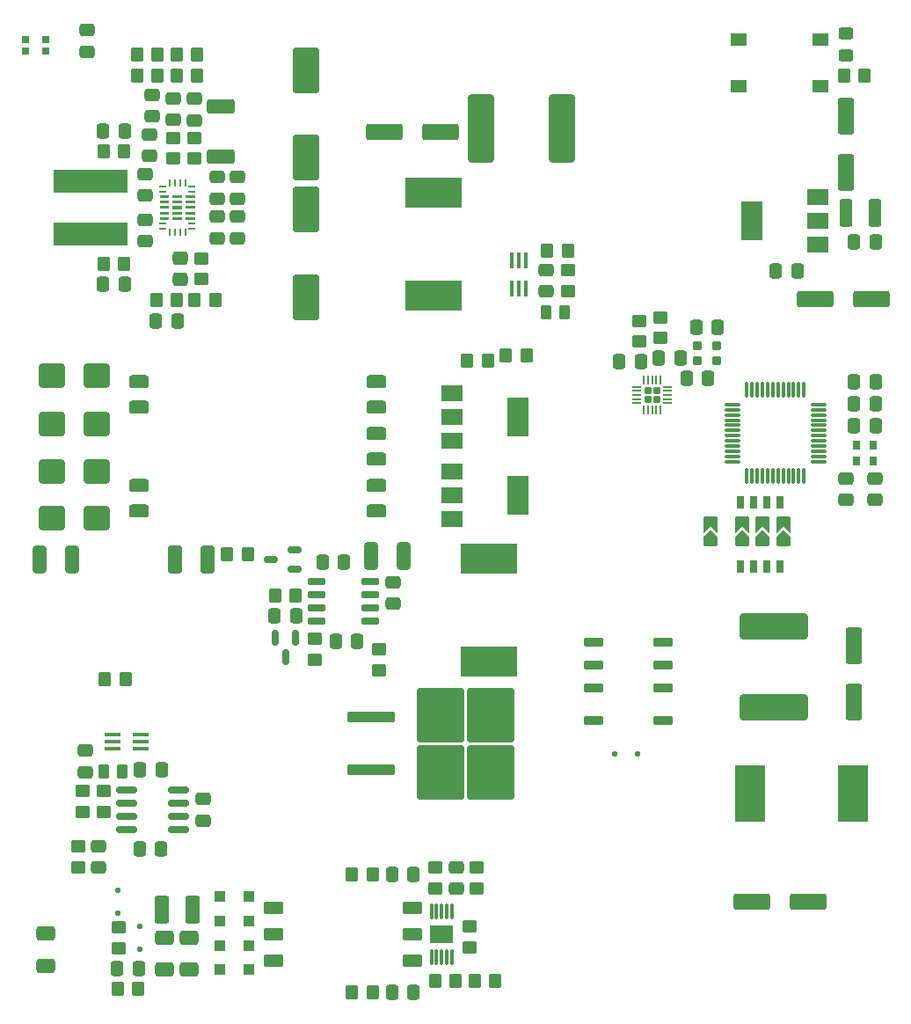
<source format=gtp>
G04 #@! TF.GenerationSoftware,KiCad,Pcbnew,7.0.10*
G04 #@! TF.CreationDate,2024-01-28T11:03:41+01:00*
G04 #@! TF.ProjectId,EuroMeasure-IonGaugeController,4575726f-4d65-4617-9375-72652d496f6e,1.1.0*
G04 #@! TF.SameCoordinates,Original*
G04 #@! TF.FileFunction,Paste,Top*
G04 #@! TF.FilePolarity,Positive*
%FSLAX46Y46*%
G04 Gerber Fmt 4.6, Leading zero omitted, Abs format (unit mm)*
G04 Created by KiCad (PCBNEW 7.0.10) date 2024-01-28 11:03:41*
%MOMM*%
%LPD*%
G01*
G04 APERTURE LIST*
G04 Aperture macros list*
%AMRoundRect*
0 Rectangle with rounded corners*
0 $1 Rounding radius*
0 $2 $3 $4 $5 $6 $7 $8 $9 X,Y pos of 4 corners*
0 Add a 4 corners polygon primitive as box body*
4,1,4,$2,$3,$4,$5,$6,$7,$8,$9,$2,$3,0*
0 Add four circle primitives for the rounded corners*
1,1,$1+$1,$2,$3*
1,1,$1+$1,$4,$5*
1,1,$1+$1,$6,$7*
1,1,$1+$1,$8,$9*
0 Add four rect primitives between the rounded corners*
20,1,$1+$1,$2,$3,$4,$5,0*
20,1,$1+$1,$4,$5,$6,$7,0*
20,1,$1+$1,$6,$7,$8,$9,0*
20,1,$1+$1,$8,$9,$2,$3,0*%
%AMFreePoly0*
4,1,15,0.512500,0.050000,0.512500,-0.050000,1.162500,-0.700000,-0.262500,-0.700000,-0.358171,-0.680970,-0.439277,-0.626777,-0.493470,-0.545671,-0.512500,-0.450000,-0.512500,0.450000,-0.493470,0.545671,-0.439277,0.626777,-0.358171,0.680970,-0.262500,0.700000,1.162500,0.700000,0.512500,0.050000,0.512500,0.050000,$1*%
%AMFreePoly1*
4,1,20,0.358171,0.680970,0.439277,0.626777,0.493470,0.545671,0.512500,0.450000,0.512500,-0.450000,0.493470,-0.545671,0.439277,-0.626777,0.358171,-0.680970,0.262500,-0.700000,-0.362500,-0.700000,-0.428566,-0.633933,-0.439277,-0.626777,-0.446433,-0.616066,-1.062500,0.000000,-0.446433,0.616066,-0.439277,0.626777,-0.428566,0.633933,-0.362500,0.700000,0.262500,0.700000,0.358171,0.680970,
0.358171,0.680970,$1*%
G04 Aperture macros list end*
%ADD10RoundRect,0.250000X-0.475000X0.337500X-0.475000X-0.337500X0.475000X-0.337500X0.475000X0.337500X0*%
%ADD11R,2.000000X1.500000*%
%ADD12R,2.000000X3.800000*%
%ADD13RoundRect,0.250000X-0.350000X-0.450000X0.350000X-0.450000X0.350000X0.450000X-0.350000X0.450000X0*%
%ADD14RoundRect,0.125000X-0.125000X0.125000X-0.125000X-0.125000X0.125000X-0.125000X0.125000X0.125000X0*%
%ADD15RoundRect,0.250000X0.350000X0.450000X-0.350000X0.450000X-0.350000X-0.450000X0.350000X-0.450000X0*%
%ADD16RoundRect,0.150000X0.512500X0.150000X-0.512500X0.150000X-0.512500X-0.150000X0.512500X-0.150000X0*%
%ADD17RoundRect,0.250000X0.450000X-0.350000X0.450000X0.350000X-0.450000X0.350000X-0.450000X-0.350000X0*%
%ADD18RoundRect,0.250000X0.475000X-0.337500X0.475000X0.337500X-0.475000X0.337500X-0.475000X-0.337500X0*%
%ADD19RoundRect,0.150000X-0.150000X0.587500X-0.150000X-0.587500X0.150000X-0.587500X0.150000X0.587500X0*%
%ADD20RoundRect,0.250000X-0.300000X-0.300000X0.300000X-0.300000X0.300000X0.300000X-0.300000X0.300000X0*%
%ADD21RoundRect,0.250000X0.337500X0.475000X-0.337500X0.475000X-0.337500X-0.475000X0.337500X-0.475000X0*%
%ADD22RoundRect,0.250000X-2.050000X-0.300000X2.050000X-0.300000X2.050000X0.300000X-2.050000X0.300000X0*%
%ADD23RoundRect,0.250000X-2.025000X-2.375000X2.025000X-2.375000X2.025000X2.375000X-2.025000X2.375000X0*%
%ADD24RoundRect,0.250000X-0.337500X-0.475000X0.337500X-0.475000X0.337500X0.475000X-0.337500X0.475000X0*%
%ADD25RoundRect,0.324675X-0.925325X-2.975325X0.925325X-2.975325X0.925325X2.975325X-0.925325X2.975325X0*%
%ADD26R,0.400000X1.500000*%
%ADD27FreePoly0,270.000000*%
%ADD28FreePoly1,270.000000*%
%ADD29RoundRect,0.250000X-0.450000X0.350000X-0.450000X-0.350000X0.450000X-0.350000X0.450000X0.350000X0*%
%ADD30RoundRect,0.317500X0.637500X0.317500X-0.637500X0.317500X-0.637500X-0.317500X0.637500X-0.317500X0*%
%ADD31RoundRect,0.324675X2.975325X-0.925325X2.975325X0.925325X-2.975325X0.925325X-2.975325X-0.925325X0*%
%ADD32R,0.650000X0.850000*%
%ADD33R,1.500000X0.400000*%
%ADD34RoundRect,0.249999X1.075001X-0.450001X1.075001X0.450001X-1.075001X0.450001X-1.075001X-0.450001X0*%
%ADD35RoundRect,0.250000X-0.412500X-1.100000X0.412500X-1.100000X0.412500X1.100000X-0.412500X1.100000X0*%
%ADD36RoundRect,0.250000X0.650000X-0.412500X0.650000X0.412500X-0.650000X0.412500X-0.650000X-0.412500X0*%
%ADD37RoundRect,0.250000X0.262500X0.450000X-0.262500X0.450000X-0.262500X-0.450000X0.262500X-0.450000X0*%
%ADD38RoundRect,0.250000X0.300000X0.300000X-0.300000X0.300000X-0.300000X-0.300000X0.300000X-0.300000X0*%
%ADD39RoundRect,0.075000X0.662500X0.075000X-0.662500X0.075000X-0.662500X-0.075000X0.662500X-0.075000X0*%
%ADD40RoundRect,0.075000X0.075000X0.662500X-0.075000X0.662500X-0.075000X-0.662500X0.075000X-0.662500X0*%
%ADD41RoundRect,0.250000X1.000000X-1.950000X1.000000X1.950000X-1.000000X1.950000X-1.000000X-1.950000X0*%
%ADD42R,1.550000X1.300000*%
%ADD43R,5.400000X2.900000*%
%ADD44RoundRect,0.250000X0.550000X-1.500000X0.550000X1.500000X-0.550000X1.500000X-0.550000X-1.500000X0*%
%ADD45R,0.760000X1.250000*%
%ADD46RoundRect,0.250000X0.375000X1.075000X-0.375000X1.075000X-0.375000X-1.075000X0.375000X-1.075000X0*%
%ADD47RoundRect,0.122000X0.788000X0.488000X-0.788000X0.488000X-0.788000X-0.488000X0.788000X-0.488000X0*%
%ADD48RoundRect,0.250000X-0.450000X0.325000X-0.450000X-0.325000X0.450000X-0.325000X0.450000X0.325000X0*%
%ADD49RoundRect,0.250000X0.400000X1.075000X-0.400000X1.075000X-0.400000X-1.075000X0.400000X-1.075000X0*%
%ADD50RoundRect,0.250000X-1.500000X-0.550000X1.500000X-0.550000X1.500000X0.550000X-1.500000X0.550000X0*%
%ADD51R,0.700000X0.700000*%
%ADD52RoundRect,0.050000X0.075000X0.250000X-0.075000X0.250000X-0.075000X-0.250000X0.075000X-0.250000X0*%
%ADD53RoundRect,0.050000X-0.250000X0.075000X-0.250000X-0.075000X0.250000X-0.075000X0.250000X0.075000X0*%
%ADD54RoundRect,0.050000X0.250000X-0.075000X0.250000X0.075000X-0.250000X0.075000X-0.250000X-0.075000X0*%
%ADD55RoundRect,0.250000X1.000000X0.900000X-1.000000X0.900000X-1.000000X-0.900000X1.000000X-0.900000X0*%
%ADD56RoundRect,0.172500X-0.172500X-0.172500X0.172500X-0.172500X0.172500X0.172500X-0.172500X0.172500X0*%
%ADD57RoundRect,0.050000X-0.362500X-0.050000X0.362500X-0.050000X0.362500X0.050000X-0.362500X0.050000X0*%
%ADD58RoundRect,0.050000X-0.050000X-0.362500X0.050000X-0.362500X0.050000X0.362500X-0.050000X0.362500X0*%
%ADD59RoundRect,0.075000X0.075000X-0.650000X0.075000X0.650000X-0.075000X0.650000X-0.075000X-0.650000X0*%
%ADD60RoundRect,0.087500X1.022500X-0.787500X1.022500X0.787500X-1.022500X0.787500X-1.022500X-0.787500X0*%
%ADD61RoundRect,0.250000X-1.000000X-0.900000X1.000000X-0.900000X1.000000X0.900000X-1.000000X0.900000X0*%
%ADD62RoundRect,0.200000X-0.250000X0.200000X-0.250000X-0.200000X0.250000X-0.200000X0.250000X0.200000X0*%
%ADD63R,7.200000X2.300000*%
%ADD64RoundRect,0.150000X-0.825000X-0.150000X0.825000X-0.150000X0.825000X0.150000X-0.825000X0.150000X0*%
%ADD65RoundRect,0.250000X-1.000000X1.950000X-1.000000X-1.950000X1.000000X-1.950000X1.000000X1.950000X0*%
%ADD66RoundRect,0.050000X0.880000X-0.350000X0.880000X0.350000X-0.880000X0.350000X-0.880000X-0.350000X0*%
%ADD67R,2.900000X5.400000*%
%ADD68RoundRect,0.250001X0.462499X1.074999X-0.462499X1.074999X-0.462499X-1.074999X0.462499X-1.074999X0*%
%ADD69RoundRect,0.125000X0.125000X0.125000X-0.125000X0.125000X-0.125000X-0.125000X0.125000X-0.125000X0*%
%ADD70RoundRect,0.250000X-0.400000X-1.075000X0.400000X-1.075000X0.400000X1.075000X-0.400000X1.075000X0*%
%ADD71RoundRect,0.250000X1.500000X0.550000X-1.500000X0.550000X-1.500000X-0.550000X1.500000X-0.550000X0*%
%ADD72RoundRect,0.150000X-0.725000X-0.150000X0.725000X-0.150000X0.725000X0.150000X-0.725000X0.150000X0*%
G04 APERTURE END LIST*
G36*
X122710000Y-71760000D02*
G01*
X123600000Y-71760000D01*
X123600000Y-71520000D01*
X122710000Y-71520000D01*
X122710000Y-71760000D01*
G37*
G36*
X123950000Y-71760000D02*
G01*
X124850000Y-71760000D01*
X124850000Y-71520000D01*
X123950000Y-71520000D01*
X123950000Y-71760000D01*
G37*
G36*
X125180000Y-71760000D02*
G01*
X126090000Y-71760000D01*
X126090000Y-71520000D01*
X125180000Y-71520000D01*
X125180000Y-71760000D01*
G37*
G36*
X122710000Y-71260000D02*
G01*
X123600000Y-71260000D01*
X123600000Y-71020000D01*
X122710000Y-71020000D01*
X122710000Y-71260000D01*
G37*
G36*
X123950000Y-71260000D02*
G01*
X124850000Y-71260000D01*
X124850000Y-71020000D01*
X123950000Y-71020000D01*
X123950000Y-71260000D01*
G37*
G36*
X125180000Y-71260000D02*
G01*
X126090000Y-71260000D01*
X126090000Y-71020000D01*
X125180000Y-71020000D01*
X125180000Y-71260000D01*
G37*
G36*
X123950000Y-70750000D02*
G01*
X124850000Y-70750000D01*
X124850000Y-70450000D01*
X123950000Y-70450000D01*
X123950000Y-70750000D01*
G37*
G36*
X122700000Y-70725000D02*
G01*
X123600000Y-70725000D01*
X123600000Y-70475000D01*
X122700000Y-70475000D01*
X122700000Y-70725000D01*
G37*
G36*
X125200000Y-70725000D02*
G01*
X126100000Y-70725000D01*
X126100000Y-70475000D01*
X125200000Y-70475000D01*
X125200000Y-70725000D01*
G37*
G36*
X122710000Y-70180000D02*
G01*
X123600000Y-70180000D01*
X123600000Y-69940000D01*
X122710000Y-69940000D01*
X122710000Y-70180000D01*
G37*
G36*
X123950000Y-70180000D02*
G01*
X124850000Y-70180000D01*
X124850000Y-69940000D01*
X123950000Y-69940000D01*
X123950000Y-70180000D01*
G37*
G36*
X125180000Y-70180000D02*
G01*
X126090000Y-70180000D01*
X126090000Y-69940000D01*
X125180000Y-69940000D01*
X125180000Y-70180000D01*
G37*
G36*
X122710000Y-69680000D02*
G01*
X123600000Y-69680000D01*
X123600000Y-69440000D01*
X122710000Y-69440000D01*
X122710000Y-69680000D01*
G37*
G36*
X123950000Y-69680000D02*
G01*
X124850000Y-69680000D01*
X124850000Y-69440000D01*
X123950000Y-69440000D01*
X123950000Y-69680000D01*
G37*
G36*
X125180000Y-69680000D02*
G01*
X126090000Y-69680000D01*
X126090000Y-69440000D01*
X125180000Y-69440000D01*
X125180000Y-69680000D01*
G37*
D10*
X124000000Y-60100000D03*
X124000000Y-62175000D03*
D11*
X186050000Y-74200000D03*
X186050000Y-71900000D03*
D12*
X179750000Y-71900000D03*
D11*
X186050000Y-69600000D03*
D13*
X129200000Y-104000000D03*
X131200000Y-104000000D03*
D14*
X120750000Y-139775000D03*
X120750000Y-141975000D03*
D15*
X154300000Y-85300000D03*
X152300000Y-85300000D03*
D16*
X135700000Y-105400000D03*
X135700000Y-103500000D03*
X133425000Y-104450000D03*
D17*
X137600000Y-114100000D03*
X137600000Y-112100000D03*
D18*
X121300000Y-69437500D03*
X121300000Y-67362500D03*
D15*
X155000000Y-145000000D03*
X153000000Y-145000000D03*
D17*
X152550000Y-141800000D03*
X152550000Y-139800000D03*
D19*
X135750000Y-111962500D03*
X133850000Y-111962500D03*
X134800000Y-113837500D03*
D20*
X128450000Y-136900000D03*
X131250000Y-136900000D03*
D21*
X191637500Y-91600000D03*
X189562500Y-91600000D03*
D22*
X143025000Y-119660000D03*
D23*
X149750000Y-119425000D03*
X149750000Y-124975000D03*
X154600000Y-119425000D03*
X154600000Y-124975000D03*
D22*
X143025000Y-124740000D03*
D15*
X126300000Y-55900000D03*
X124300000Y-55900000D03*
D24*
X170775000Y-85050000D03*
X172850000Y-85050000D03*
D25*
X153600000Y-63000000D03*
X161400000Y-63000000D03*
D26*
X157925000Y-75720000D03*
X157275000Y-75720000D03*
X156625000Y-75720000D03*
X156625000Y-78380000D03*
X157275000Y-78380000D03*
X157925000Y-78380000D03*
D15*
X122500000Y-55900000D03*
X120500000Y-55900000D03*
X158000000Y-84800000D03*
X156000000Y-84800000D03*
D17*
X126000000Y-65900000D03*
X126000000Y-63900000D03*
D24*
X189562500Y-89500000D03*
X191637500Y-89500000D03*
D15*
X124362500Y-79500000D03*
X122362500Y-79500000D03*
D10*
X151250000Y-134062500D03*
X151250000Y-136137500D03*
D18*
X115700000Y-55575000D03*
X115700000Y-53500000D03*
D27*
X182750000Y-100837500D03*
D28*
X182750000Y-102662500D03*
D24*
X174362500Y-82150000D03*
X176437500Y-82150000D03*
D15*
X143200000Y-134800000D03*
X141200000Y-134800000D03*
D10*
X124700000Y-75462500D03*
X124700000Y-77537500D03*
D29*
X126700000Y-75500000D03*
X126700000Y-77500000D03*
D30*
X143550000Y-99830000D03*
X143550000Y-97330000D03*
X143550000Y-94830000D03*
X143550000Y-92330000D03*
X143550000Y-89830000D03*
X143550000Y-87330000D03*
X120690000Y-87330000D03*
X120690000Y-89830000D03*
X120690000Y-97330000D03*
X120690000Y-99830000D03*
D18*
X130200000Y-69737500D03*
X130200000Y-67662500D03*
D31*
X181800000Y-118700000D03*
X181800000Y-110900000D03*
D10*
X128200000Y-71462500D03*
X128200000Y-73537500D03*
D17*
X117300000Y-128750000D03*
X117300000Y-126750000D03*
D21*
X191615000Y-87400000D03*
X189540000Y-87400000D03*
D32*
X191425000Y-93425000D03*
X189775000Y-93425000D03*
X189775000Y-94975000D03*
X191425000Y-94975000D03*
D33*
X120830000Y-122650000D03*
X120830000Y-122000000D03*
X120830000Y-121350000D03*
X118170000Y-121350000D03*
X118170000Y-122000000D03*
X118170000Y-122650000D03*
D15*
X122500000Y-57900000D03*
X120500000Y-57900000D03*
D17*
X124000000Y-65900000D03*
X124000000Y-63900000D03*
D21*
X119337500Y-63200000D03*
X117262500Y-63200000D03*
D34*
X128600000Y-65700000D03*
X128600000Y-60900000D03*
D15*
X128062500Y-79500000D03*
X126062500Y-79500000D03*
D10*
X122000000Y-59762500D03*
X122000000Y-61837500D03*
D35*
X124137500Y-104500000D03*
X127262500Y-104500000D03*
D10*
X115500000Y-122875000D03*
X115500000Y-124950000D03*
D18*
X159900000Y-78675000D03*
X159900000Y-76600000D03*
D27*
X175750000Y-100837500D03*
D28*
X175750000Y-102662500D03*
D15*
X143200000Y-146100000D03*
X141200000Y-146100000D03*
D36*
X123150000Y-143962500D03*
X123150000Y-140837500D03*
D24*
X133762500Y-109900000D03*
X135837500Y-109900000D03*
D15*
X119400000Y-116000000D03*
X117400000Y-116000000D03*
D37*
X161712500Y-80650000D03*
X159887500Y-80650000D03*
D38*
X131250000Y-139250000D03*
X128450000Y-139250000D03*
D39*
X186140000Y-95055000D03*
X186140000Y-94555000D03*
X186140000Y-94055000D03*
X186140000Y-93555000D03*
X186140000Y-93055000D03*
X186140000Y-92555000D03*
X186140000Y-92055000D03*
X186140000Y-91555000D03*
X186140000Y-91055000D03*
X186140000Y-90555000D03*
X186140000Y-90055000D03*
X186140000Y-89555000D03*
D40*
X184727500Y-88142500D03*
X184227500Y-88142500D03*
X183727500Y-88142500D03*
X183227500Y-88142500D03*
X182727500Y-88142500D03*
X182227500Y-88142500D03*
X181727500Y-88142500D03*
X181227500Y-88142500D03*
X180727500Y-88142500D03*
X180227500Y-88142500D03*
X179727500Y-88142500D03*
X179227500Y-88142500D03*
D39*
X177815000Y-89555000D03*
X177815000Y-90055000D03*
X177815000Y-90555000D03*
X177815000Y-91055000D03*
X177815000Y-91555000D03*
X177815000Y-92055000D03*
X177815000Y-92555000D03*
X177815000Y-93055000D03*
X177815000Y-93555000D03*
X177815000Y-94055000D03*
X177815000Y-94555000D03*
X177815000Y-95055000D03*
D40*
X179227500Y-96467500D03*
X179727500Y-96467500D03*
X180227500Y-96467500D03*
X180727500Y-96467500D03*
X181227500Y-96467500D03*
X181727500Y-96467500D03*
X182227500Y-96467500D03*
X182727500Y-96467500D03*
X183227500Y-96467500D03*
X183727500Y-96467500D03*
X184227500Y-96467500D03*
X184727500Y-96467500D03*
D24*
X138362500Y-104700000D03*
X140437500Y-104700000D03*
D14*
X118650000Y-136300000D03*
X118650000Y-138500000D03*
D41*
X136800000Y-79200000D03*
X136800000Y-70800000D03*
D24*
X173442500Y-87020000D03*
X175517500Y-87020000D03*
D18*
X116825000Y-134137500D03*
X116825000Y-132062500D03*
D42*
X178402500Y-54455000D03*
X186352500Y-54455000D03*
X178402500Y-58955000D03*
X186352500Y-58955000D03*
D43*
X149100000Y-69150000D03*
X149100000Y-79050000D03*
D36*
X111750000Y-143562500D03*
X111750000Y-140437500D03*
D29*
X118750000Y-139900000D03*
X118750000Y-141900000D03*
D44*
X189500000Y-118200000D03*
X189500000Y-112800000D03*
D45*
X182405000Y-99000000D03*
X181135000Y-99000000D03*
X179865000Y-99000000D03*
X178595000Y-99000000D03*
X178595000Y-105150000D03*
X179865000Y-105150000D03*
X181135000Y-105150000D03*
X182405000Y-105150000D03*
D24*
X139662500Y-112350000D03*
X141737500Y-112350000D03*
D21*
X147137500Y-134800000D03*
X145062500Y-134800000D03*
D29*
X143800000Y-113100000D03*
X143800000Y-115100000D03*
D38*
X131250000Y-141600000D03*
X128450000Y-141600000D03*
D18*
X128200000Y-69737500D03*
X128200000Y-67662500D03*
D15*
X151200000Y-145000000D03*
X149200000Y-145000000D03*
D21*
X120687500Y-143800000D03*
X118612500Y-143800000D03*
D46*
X191600000Y-71100000D03*
X188800000Y-71100000D03*
D10*
X121300000Y-71762500D03*
X121300000Y-73837500D03*
D11*
X150850000Y-88480000D03*
X150850000Y-90780000D03*
D12*
X157150000Y-90780000D03*
D11*
X150850000Y-93080000D03*
D47*
X147065000Y-143040000D03*
X147065000Y-140500000D03*
X147065000Y-137960000D03*
X133635000Y-137960000D03*
X133635000Y-140500000D03*
X133635000Y-143040000D03*
D15*
X119300000Y-65200000D03*
X117300000Y-65200000D03*
D24*
X166962500Y-85400000D03*
X169037500Y-85400000D03*
D48*
X188777500Y-53880000D03*
X188777500Y-55930000D03*
D10*
X126850000Y-127512500D03*
X126850000Y-129587500D03*
D17*
X115300000Y-128750000D03*
X115300000Y-126750000D03*
D49*
X114250000Y-104500000D03*
X111150000Y-104500000D03*
D37*
X119112500Y-124850000D03*
X117287500Y-124850000D03*
D24*
X182012500Y-76700000D03*
X184087500Y-76700000D03*
D50*
X179700000Y-137400000D03*
X185100000Y-137400000D03*
D51*
X109760000Y-54450000D03*
X109760000Y-55550000D03*
X111760000Y-55550000D03*
X111760000Y-54450000D03*
D27*
X180750000Y-100837500D03*
D28*
X180750000Y-102662500D03*
D18*
X126000000Y-62200000D03*
X126000000Y-60125000D03*
D13*
X188577500Y-57905000D03*
X190577500Y-57905000D03*
D52*
X123650000Y-73000000D03*
X124150000Y-73000000D03*
X124650000Y-73000000D03*
X125150000Y-73000000D03*
D53*
X125800000Y-72640000D03*
X125800000Y-72140000D03*
X125800000Y-69060000D03*
D54*
X125800000Y-68560000D03*
D52*
X125150000Y-68200000D03*
X124650000Y-68200000D03*
X124150000Y-68200000D03*
X123650000Y-68200000D03*
D54*
X123000000Y-68560000D03*
D53*
X123000000Y-69060000D03*
X123000000Y-72140000D03*
D54*
X123000000Y-72640000D03*
D17*
X170900000Y-83150000D03*
X170900000Y-81150000D03*
D55*
X116600000Y-96000000D03*
X112300000Y-96000000D03*
D56*
X169680000Y-88210000D03*
X169680000Y-89060000D03*
X170530000Y-88210000D03*
X170530000Y-89060000D03*
D57*
X168642500Y-87835000D03*
X168642500Y-88235000D03*
X168642500Y-88635000D03*
X168642500Y-89035000D03*
X168642500Y-89435000D03*
D58*
X169305000Y-90097500D03*
X169705000Y-90097500D03*
X170105000Y-90097500D03*
X170505000Y-90097500D03*
X170905000Y-90097500D03*
D57*
X171567500Y-89435000D03*
X171567500Y-89035000D03*
X171567500Y-88635000D03*
X171567500Y-88235000D03*
X171567500Y-87835000D03*
D58*
X170905000Y-87172500D03*
X170505000Y-87172500D03*
X170105000Y-87172500D03*
X169705000Y-87172500D03*
X169305000Y-87172500D03*
D36*
X125550000Y-143962500D03*
X125550000Y-140837500D03*
D11*
X150850000Y-95980000D03*
X150850000Y-98280000D03*
D12*
X157150000Y-98280000D03*
D11*
X150850000Y-100580000D03*
D27*
X178750000Y-100837500D03*
D28*
X178750000Y-102662500D03*
D10*
X130200000Y-71462500D03*
X130200000Y-73537500D03*
D59*
X148850000Y-142700000D03*
X149350000Y-142700000D03*
X149850000Y-142700000D03*
X150350000Y-142700000D03*
X150850000Y-142700000D03*
X150850000Y-138300000D03*
X150350000Y-138300000D03*
X149850000Y-138300000D03*
X149350000Y-138300000D03*
X148850000Y-138300000D03*
D60*
X149850000Y-140500000D03*
D15*
X162000000Y-74750000D03*
X160000000Y-74750000D03*
D61*
X112300000Y-86800000D03*
X116600000Y-86800000D03*
D10*
X188800000Y-96662500D03*
X188800000Y-98737500D03*
D24*
X189562500Y-73900000D03*
X191637500Y-73900000D03*
D21*
X119337500Y-78000000D03*
X117262500Y-78000000D03*
D62*
X176295000Y-83915000D03*
X174445000Y-83915000D03*
X174445000Y-85365000D03*
X176295000Y-85365000D03*
D63*
X116000000Y-73150000D03*
X116000000Y-68050000D03*
D17*
X114850000Y-134100000D03*
X114850000Y-132100000D03*
D10*
X121700000Y-63562500D03*
X121700000Y-65637500D03*
D21*
X147137500Y-146100000D03*
X145062500Y-146100000D03*
D64*
X119525000Y-126645000D03*
X119525000Y-127915000D03*
X119525000Y-129185000D03*
X119525000Y-130455000D03*
X124475000Y-130455000D03*
X124475000Y-129185000D03*
X124475000Y-127915000D03*
X124475000Y-126645000D03*
D17*
X162050000Y-78650000D03*
X162050000Y-76650000D03*
D65*
X136800000Y-57400000D03*
X136800000Y-65800000D03*
D66*
X171200000Y-120000000D03*
X171200000Y-116800000D03*
X171200000Y-114600000D03*
X171200000Y-112400000D03*
X164460000Y-112400000D03*
X164460000Y-114600000D03*
X164460000Y-116800000D03*
X164460000Y-120000000D03*
D67*
X189450000Y-127000000D03*
X179550000Y-127000000D03*
D68*
X125837500Y-138200000D03*
X122862500Y-138200000D03*
D29*
X124700000Y-75500000D03*
X124700000Y-77500000D03*
D61*
X112300000Y-100500000D03*
X116600000Y-100500000D03*
D20*
X128450000Y-143950000D03*
X131250000Y-143950000D03*
D15*
X126300000Y-57900000D03*
X124300000Y-57900000D03*
D13*
X118650000Y-145800000D03*
X120650000Y-145800000D03*
D21*
X122837500Y-132350000D03*
X120762500Y-132350000D03*
D13*
X133800000Y-107900000D03*
X135800000Y-107900000D03*
D43*
X154400000Y-104350000D03*
X154400000Y-114250000D03*
D10*
X191577500Y-96662500D03*
X191577500Y-98737500D03*
D21*
X122887500Y-124700000D03*
X120812500Y-124700000D03*
D50*
X185800000Y-79400000D03*
X191200000Y-79400000D03*
D55*
X116600000Y-91400000D03*
X112300000Y-91400000D03*
D24*
X122325000Y-81500000D03*
X124400000Y-81500000D03*
D17*
X168850000Y-83500000D03*
X168850000Y-81500000D03*
D69*
X168700000Y-123200000D03*
X166500000Y-123200000D03*
D15*
X119300000Y-76000000D03*
X117300000Y-76000000D03*
D70*
X143050000Y-104100000D03*
X146150000Y-104100000D03*
D29*
X149250000Y-134100000D03*
X149250000Y-136100000D03*
D71*
X149700000Y-63300000D03*
X144300000Y-63300000D03*
D18*
X145200000Y-108737500D03*
X145200000Y-106662500D03*
D44*
X188800000Y-67200000D03*
X188800000Y-61800000D03*
D29*
X153250000Y-134100000D03*
X153250000Y-136100000D03*
D72*
X137825000Y-106595000D03*
X137825000Y-107865000D03*
X137825000Y-109135000D03*
X137825000Y-110405000D03*
X142975000Y-110405000D03*
X142975000Y-109135000D03*
X142975000Y-107865000D03*
X142975000Y-106595000D03*
M02*

</source>
